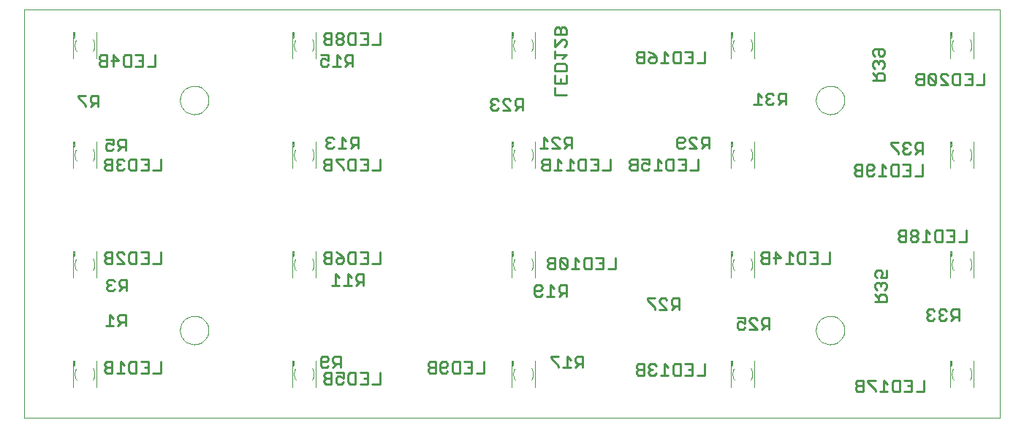
<source format=gbo>
G75*
G70*
%OFA0B0*%
%FSLAX24Y24*%
%IPPOS*%
%LPD*%
%AMOC8*
5,1,8,0,0,1.08239X$1,22.5*
%
%ADD10C,0.0000*%
%ADD11C,0.0090*%
%ADD12C,0.0040*%
D10*
X000181Y000181D02*
X000181Y018801D01*
X044674Y018801D01*
X044674Y000181D01*
X000181Y000181D01*
X007281Y004181D02*
X007283Y004231D01*
X007289Y004281D01*
X007299Y004331D01*
X007312Y004379D01*
X007329Y004427D01*
X007350Y004473D01*
X007374Y004517D01*
X007402Y004559D01*
X007433Y004599D01*
X007467Y004636D01*
X007504Y004671D01*
X007543Y004702D01*
X007584Y004731D01*
X007628Y004756D01*
X007674Y004778D01*
X007721Y004796D01*
X007769Y004810D01*
X007818Y004821D01*
X007868Y004828D01*
X007918Y004831D01*
X007969Y004830D01*
X008019Y004825D01*
X008069Y004816D01*
X008117Y004804D01*
X008165Y004787D01*
X008211Y004767D01*
X008256Y004744D01*
X008299Y004717D01*
X008339Y004687D01*
X008377Y004654D01*
X008412Y004618D01*
X008445Y004579D01*
X008474Y004538D01*
X008500Y004495D01*
X008523Y004450D01*
X008542Y004403D01*
X008557Y004355D01*
X008569Y004306D01*
X008577Y004256D01*
X008581Y004206D01*
X008581Y004156D01*
X008577Y004106D01*
X008569Y004056D01*
X008557Y004007D01*
X008542Y003959D01*
X008523Y003912D01*
X008500Y003867D01*
X008474Y003824D01*
X008445Y003783D01*
X008412Y003744D01*
X008377Y003708D01*
X008339Y003675D01*
X008299Y003645D01*
X008256Y003618D01*
X008211Y003595D01*
X008165Y003575D01*
X008117Y003558D01*
X008069Y003546D01*
X008019Y003537D01*
X007969Y003532D01*
X007918Y003531D01*
X007868Y003534D01*
X007818Y003541D01*
X007769Y003552D01*
X007721Y003566D01*
X007674Y003584D01*
X007628Y003606D01*
X007584Y003631D01*
X007543Y003660D01*
X007504Y003691D01*
X007467Y003726D01*
X007433Y003763D01*
X007402Y003803D01*
X007374Y003845D01*
X007350Y003889D01*
X007329Y003935D01*
X007312Y003983D01*
X007299Y004031D01*
X007289Y004081D01*
X007283Y004131D01*
X007281Y004181D01*
X007281Y014681D02*
X007283Y014731D01*
X007289Y014781D01*
X007299Y014831D01*
X007312Y014879D01*
X007329Y014927D01*
X007350Y014973D01*
X007374Y015017D01*
X007402Y015059D01*
X007433Y015099D01*
X007467Y015136D01*
X007504Y015171D01*
X007543Y015202D01*
X007584Y015231D01*
X007628Y015256D01*
X007674Y015278D01*
X007721Y015296D01*
X007769Y015310D01*
X007818Y015321D01*
X007868Y015328D01*
X007918Y015331D01*
X007969Y015330D01*
X008019Y015325D01*
X008069Y015316D01*
X008117Y015304D01*
X008165Y015287D01*
X008211Y015267D01*
X008256Y015244D01*
X008299Y015217D01*
X008339Y015187D01*
X008377Y015154D01*
X008412Y015118D01*
X008445Y015079D01*
X008474Y015038D01*
X008500Y014995D01*
X008523Y014950D01*
X008542Y014903D01*
X008557Y014855D01*
X008569Y014806D01*
X008577Y014756D01*
X008581Y014706D01*
X008581Y014656D01*
X008577Y014606D01*
X008569Y014556D01*
X008557Y014507D01*
X008542Y014459D01*
X008523Y014412D01*
X008500Y014367D01*
X008474Y014324D01*
X008445Y014283D01*
X008412Y014244D01*
X008377Y014208D01*
X008339Y014175D01*
X008299Y014145D01*
X008256Y014118D01*
X008211Y014095D01*
X008165Y014075D01*
X008117Y014058D01*
X008069Y014046D01*
X008019Y014037D01*
X007969Y014032D01*
X007918Y014031D01*
X007868Y014034D01*
X007818Y014041D01*
X007769Y014052D01*
X007721Y014066D01*
X007674Y014084D01*
X007628Y014106D01*
X007584Y014131D01*
X007543Y014160D01*
X007504Y014191D01*
X007467Y014226D01*
X007433Y014263D01*
X007402Y014303D01*
X007374Y014345D01*
X007350Y014389D01*
X007329Y014435D01*
X007312Y014483D01*
X007299Y014531D01*
X007289Y014581D01*
X007283Y014631D01*
X007281Y014681D01*
X036281Y014681D02*
X036283Y014731D01*
X036289Y014781D01*
X036299Y014831D01*
X036312Y014879D01*
X036329Y014927D01*
X036350Y014973D01*
X036374Y015017D01*
X036402Y015059D01*
X036433Y015099D01*
X036467Y015136D01*
X036504Y015171D01*
X036543Y015202D01*
X036584Y015231D01*
X036628Y015256D01*
X036674Y015278D01*
X036721Y015296D01*
X036769Y015310D01*
X036818Y015321D01*
X036868Y015328D01*
X036918Y015331D01*
X036969Y015330D01*
X037019Y015325D01*
X037069Y015316D01*
X037117Y015304D01*
X037165Y015287D01*
X037211Y015267D01*
X037256Y015244D01*
X037299Y015217D01*
X037339Y015187D01*
X037377Y015154D01*
X037412Y015118D01*
X037445Y015079D01*
X037474Y015038D01*
X037500Y014995D01*
X037523Y014950D01*
X037542Y014903D01*
X037557Y014855D01*
X037569Y014806D01*
X037577Y014756D01*
X037581Y014706D01*
X037581Y014656D01*
X037577Y014606D01*
X037569Y014556D01*
X037557Y014507D01*
X037542Y014459D01*
X037523Y014412D01*
X037500Y014367D01*
X037474Y014324D01*
X037445Y014283D01*
X037412Y014244D01*
X037377Y014208D01*
X037339Y014175D01*
X037299Y014145D01*
X037256Y014118D01*
X037211Y014095D01*
X037165Y014075D01*
X037117Y014058D01*
X037069Y014046D01*
X037019Y014037D01*
X036969Y014032D01*
X036918Y014031D01*
X036868Y014034D01*
X036818Y014041D01*
X036769Y014052D01*
X036721Y014066D01*
X036674Y014084D01*
X036628Y014106D01*
X036584Y014131D01*
X036543Y014160D01*
X036504Y014191D01*
X036467Y014226D01*
X036433Y014263D01*
X036402Y014303D01*
X036374Y014345D01*
X036350Y014389D01*
X036329Y014435D01*
X036312Y014483D01*
X036299Y014531D01*
X036289Y014581D01*
X036283Y014631D01*
X036281Y014681D01*
X036281Y004181D02*
X036283Y004231D01*
X036289Y004281D01*
X036299Y004331D01*
X036312Y004379D01*
X036329Y004427D01*
X036350Y004473D01*
X036374Y004517D01*
X036402Y004559D01*
X036433Y004599D01*
X036467Y004636D01*
X036504Y004671D01*
X036543Y004702D01*
X036584Y004731D01*
X036628Y004756D01*
X036674Y004778D01*
X036721Y004796D01*
X036769Y004810D01*
X036818Y004821D01*
X036868Y004828D01*
X036918Y004831D01*
X036969Y004830D01*
X037019Y004825D01*
X037069Y004816D01*
X037117Y004804D01*
X037165Y004787D01*
X037211Y004767D01*
X037256Y004744D01*
X037299Y004717D01*
X037339Y004687D01*
X037377Y004654D01*
X037412Y004618D01*
X037445Y004579D01*
X037474Y004538D01*
X037500Y004495D01*
X037523Y004450D01*
X037542Y004403D01*
X037557Y004355D01*
X037569Y004306D01*
X037577Y004256D01*
X037581Y004206D01*
X037581Y004156D01*
X037577Y004106D01*
X037569Y004056D01*
X037557Y004007D01*
X037542Y003959D01*
X037523Y003912D01*
X037500Y003867D01*
X037474Y003824D01*
X037445Y003783D01*
X037412Y003744D01*
X037377Y003708D01*
X037339Y003675D01*
X037299Y003645D01*
X037256Y003618D01*
X037211Y003595D01*
X037165Y003575D01*
X037117Y003558D01*
X037069Y003546D01*
X037019Y003537D01*
X036969Y003532D01*
X036918Y003531D01*
X036868Y003534D01*
X036818Y003541D01*
X036769Y003552D01*
X036721Y003566D01*
X036674Y003584D01*
X036628Y003606D01*
X036584Y003631D01*
X036543Y003660D01*
X036504Y003691D01*
X036467Y003726D01*
X036433Y003763D01*
X036402Y003803D01*
X036374Y003845D01*
X036350Y003889D01*
X036329Y003935D01*
X036312Y003983D01*
X036299Y004031D01*
X036289Y004081D01*
X036283Y004131D01*
X036281Y004181D01*
D11*
X034144Y004226D02*
X034144Y004737D01*
X033889Y004737D01*
X033804Y004652D01*
X033804Y004482D01*
X033889Y004397D01*
X034144Y004397D01*
X033974Y004397D02*
X033804Y004226D01*
X033591Y004226D02*
X033251Y004567D01*
X033251Y004652D01*
X033336Y004737D01*
X033506Y004737D01*
X033591Y004652D01*
X033039Y004737D02*
X033039Y004482D01*
X032869Y004567D01*
X032784Y004567D01*
X032699Y004482D01*
X032699Y004311D01*
X032784Y004226D01*
X032954Y004226D01*
X033039Y004311D01*
X033251Y004226D02*
X033591Y004226D01*
X033039Y004737D02*
X032699Y004737D01*
X030036Y005126D02*
X030036Y005637D01*
X029781Y005637D01*
X029696Y005552D01*
X029696Y005382D01*
X029781Y005297D01*
X030036Y005297D01*
X029866Y005297D02*
X029696Y005126D01*
X029484Y005126D02*
X029144Y005467D01*
X029144Y005552D01*
X029229Y005637D01*
X029399Y005637D01*
X029484Y005552D01*
X028932Y005637D02*
X028591Y005637D01*
X028591Y005552D01*
X028932Y005211D01*
X028932Y005126D01*
X029144Y005126D02*
X029484Y005126D01*
X027136Y006976D02*
X026796Y006976D01*
X026584Y006976D02*
X026244Y006976D01*
X026032Y006976D02*
X025776Y006976D01*
X025691Y007061D01*
X025691Y007402D01*
X025776Y007487D01*
X026032Y007487D01*
X026032Y006976D01*
X026584Y006976D02*
X026584Y007487D01*
X026244Y007487D01*
X026414Y007232D02*
X026584Y007232D01*
X027136Y007487D02*
X027136Y006976D01*
X025479Y006976D02*
X025139Y006976D01*
X025309Y006976D02*
X025309Y007487D01*
X025479Y007317D01*
X024927Y007402D02*
X024927Y007061D01*
X024586Y007402D01*
X024586Y007061D01*
X024671Y006976D01*
X024842Y006976D01*
X024927Y007061D01*
X024374Y006976D02*
X024119Y006976D01*
X024034Y007061D01*
X024034Y007147D01*
X024119Y007232D01*
X024374Y007232D01*
X024374Y007487D02*
X024119Y007487D01*
X024034Y007402D01*
X024034Y007317D01*
X024119Y007232D01*
X024374Y007487D02*
X024374Y006976D01*
X024586Y007402D02*
X024671Y007487D01*
X024842Y007487D01*
X024927Y007402D01*
X024894Y006237D02*
X024639Y006237D01*
X024554Y006152D01*
X024554Y005982D01*
X024639Y005897D01*
X024894Y005897D01*
X024724Y005897D02*
X024554Y005726D01*
X024341Y005726D02*
X024001Y005726D01*
X024171Y005726D02*
X024171Y006237D01*
X024341Y006067D01*
X023789Y006067D02*
X023704Y005982D01*
X023449Y005982D01*
X023449Y006152D02*
X023449Y005811D01*
X023534Y005726D01*
X023704Y005726D01*
X023789Y005811D01*
X023789Y006067D02*
X023789Y006152D01*
X023704Y006237D01*
X023534Y006237D01*
X023449Y006152D01*
X024894Y006237D02*
X024894Y005726D01*
X024921Y002987D02*
X024921Y002476D01*
X025091Y002476D02*
X024751Y002476D01*
X024539Y002476D02*
X024539Y002561D01*
X024199Y002902D01*
X024199Y002987D01*
X024539Y002987D01*
X024921Y002987D02*
X025091Y002817D01*
X025304Y002902D02*
X025304Y002732D01*
X025389Y002647D01*
X025644Y002647D01*
X025474Y002647D02*
X025304Y002476D01*
X025644Y002476D02*
X025644Y002987D01*
X025389Y002987D01*
X025304Y002902D01*
X028099Y002552D02*
X028099Y002467D01*
X028184Y002382D01*
X028439Y002382D01*
X028651Y002467D02*
X028736Y002382D01*
X028651Y002297D01*
X028651Y002211D01*
X028736Y002126D01*
X028906Y002126D01*
X028991Y002211D01*
X029204Y002126D02*
X029544Y002126D01*
X029374Y002126D02*
X029374Y002637D01*
X029544Y002467D01*
X029756Y002552D02*
X029841Y002637D01*
X030096Y002637D01*
X030096Y002126D01*
X029841Y002126D01*
X029756Y002211D01*
X029756Y002552D01*
X030309Y002637D02*
X030649Y002637D01*
X030649Y002126D01*
X030309Y002126D01*
X030479Y002382D02*
X030649Y002382D01*
X030861Y002126D02*
X031201Y002126D01*
X031201Y002637D01*
X028991Y002552D02*
X028906Y002637D01*
X028736Y002637D01*
X028651Y002552D01*
X028651Y002467D01*
X028736Y002382D02*
X028821Y002382D01*
X028439Y002126D02*
X028439Y002637D01*
X028184Y002637D01*
X028099Y002552D01*
X028184Y002382D02*
X028099Y002297D01*
X028099Y002211D01*
X028184Y002126D01*
X028439Y002126D01*
X021136Y002226D02*
X020796Y002226D01*
X020584Y002226D02*
X020244Y002226D01*
X020032Y002226D02*
X019776Y002226D01*
X019691Y002311D01*
X019691Y002652D01*
X019776Y002737D01*
X020032Y002737D01*
X020032Y002226D01*
X020584Y002226D02*
X020584Y002737D01*
X020244Y002737D01*
X020414Y002482D02*
X020584Y002482D01*
X021136Y002737D02*
X021136Y002226D01*
X019479Y002311D02*
X019394Y002226D01*
X019224Y002226D01*
X019139Y002311D01*
X019139Y002652D01*
X019224Y002737D01*
X019394Y002737D01*
X019479Y002652D01*
X019479Y002567D01*
X019394Y002482D01*
X019139Y002482D01*
X018927Y002482D02*
X018671Y002482D01*
X018586Y002397D01*
X018586Y002311D01*
X018671Y002226D01*
X018927Y002226D01*
X018927Y002737D01*
X018671Y002737D01*
X018586Y002652D01*
X018586Y002567D01*
X018671Y002482D01*
X016386Y002237D02*
X016386Y001726D01*
X016046Y001726D01*
X015834Y001726D02*
X015494Y001726D01*
X015282Y001726D02*
X015026Y001726D01*
X014941Y001811D01*
X014941Y002152D01*
X015026Y002237D01*
X015282Y002237D01*
X015282Y001726D01*
X015664Y001982D02*
X015834Y001982D01*
X015834Y002237D02*
X015494Y002237D01*
X015834Y002237D02*
X015834Y001726D01*
X014729Y001811D02*
X014644Y001726D01*
X014474Y001726D01*
X014389Y001811D01*
X014389Y001982D01*
X014474Y002067D01*
X014559Y002067D01*
X014729Y001982D01*
X014729Y002237D01*
X014389Y002237D01*
X014177Y002237D02*
X013921Y002237D01*
X013836Y002152D01*
X013836Y002067D01*
X013921Y001982D01*
X014177Y001982D01*
X014177Y002237D02*
X014177Y001726D01*
X013921Y001726D01*
X013836Y001811D01*
X013836Y001897D01*
X013921Y001982D01*
X013954Y002476D02*
X013784Y002476D01*
X013699Y002561D01*
X013699Y002902D01*
X013784Y002987D01*
X013954Y002987D01*
X014039Y002902D01*
X014039Y002817D01*
X013954Y002732D01*
X013699Y002732D01*
X013954Y002476D02*
X014039Y002561D01*
X014251Y002476D02*
X014421Y002647D01*
X014336Y002647D02*
X014591Y002647D01*
X014591Y002476D02*
X014591Y002987D01*
X014336Y002987D01*
X014251Y002902D01*
X014251Y002732D01*
X014336Y002647D01*
X006386Y002737D02*
X006386Y002226D01*
X006046Y002226D01*
X005834Y002226D02*
X005494Y002226D01*
X005282Y002226D02*
X005026Y002226D01*
X004941Y002311D01*
X004941Y002652D01*
X005026Y002737D01*
X005282Y002737D01*
X005282Y002226D01*
X004729Y002226D02*
X004389Y002226D01*
X004559Y002226D02*
X004559Y002737D01*
X004729Y002567D01*
X004177Y002482D02*
X003921Y002482D01*
X003836Y002397D01*
X003836Y002311D01*
X003921Y002226D01*
X004177Y002226D01*
X004177Y002737D01*
X003921Y002737D01*
X003836Y002652D01*
X003836Y002567D01*
X003921Y002482D01*
X005494Y002737D02*
X005834Y002737D01*
X005834Y002226D01*
X005834Y002482D02*
X005664Y002482D01*
X004786Y004376D02*
X004786Y004887D01*
X004531Y004887D01*
X004446Y004802D01*
X004446Y004632D01*
X004531Y004547D01*
X004786Y004547D01*
X004616Y004547D02*
X004446Y004376D01*
X004234Y004376D02*
X003894Y004376D01*
X004064Y004376D02*
X004064Y004887D01*
X004234Y004717D01*
X004204Y005976D02*
X004034Y005976D01*
X003949Y006061D01*
X003949Y006147D01*
X004034Y006232D01*
X004119Y006232D01*
X004034Y006232D02*
X003949Y006317D01*
X003949Y006402D01*
X004034Y006487D01*
X004204Y006487D01*
X004289Y006402D01*
X004501Y006402D02*
X004501Y006232D01*
X004586Y006147D01*
X004841Y006147D01*
X004671Y006147D02*
X004501Y005976D01*
X004289Y006061D02*
X004204Y005976D01*
X004841Y005976D02*
X004841Y006487D01*
X004586Y006487D01*
X004501Y006402D01*
X004389Y007226D02*
X004729Y007226D01*
X004389Y007567D01*
X004389Y007652D01*
X004474Y007737D01*
X004644Y007737D01*
X004729Y007652D01*
X004941Y007652D02*
X005026Y007737D01*
X005282Y007737D01*
X005282Y007226D01*
X005026Y007226D01*
X004941Y007311D01*
X004941Y007652D01*
X005494Y007737D02*
X005834Y007737D01*
X005834Y007226D01*
X005494Y007226D01*
X005664Y007482D02*
X005834Y007482D01*
X006046Y007226D02*
X006386Y007226D01*
X006386Y007737D01*
X004177Y007737D02*
X004177Y007226D01*
X003921Y007226D01*
X003836Y007311D01*
X003836Y007397D01*
X003921Y007482D01*
X004177Y007482D01*
X004177Y007737D02*
X003921Y007737D01*
X003836Y007652D01*
X003836Y007567D01*
X003921Y007482D01*
X003921Y011476D02*
X004177Y011476D01*
X004177Y011987D01*
X003921Y011987D01*
X003836Y011902D01*
X003836Y011817D01*
X003921Y011732D01*
X004177Y011732D01*
X004389Y011817D02*
X004474Y011732D01*
X004389Y011647D01*
X004389Y011561D01*
X004474Y011476D01*
X004644Y011476D01*
X004729Y011561D01*
X004941Y011561D02*
X005026Y011476D01*
X005282Y011476D01*
X005282Y011987D01*
X005026Y011987D01*
X004941Y011902D01*
X004941Y011561D01*
X004729Y011902D02*
X004644Y011987D01*
X004474Y011987D01*
X004389Y011902D01*
X004389Y011817D01*
X004474Y011732D02*
X004559Y011732D01*
X003921Y011732D02*
X003836Y011647D01*
X003836Y011561D01*
X003921Y011476D01*
X005494Y011476D02*
X005834Y011476D01*
X005834Y011987D01*
X005494Y011987D01*
X005664Y011732D02*
X005834Y011732D01*
X006386Y011987D02*
X006386Y011476D01*
X006046Y011476D01*
X004786Y012376D02*
X004786Y012887D01*
X004531Y012887D01*
X004446Y012802D01*
X004446Y012632D01*
X004531Y012547D01*
X004786Y012547D01*
X004616Y012547D02*
X004446Y012376D01*
X004234Y012461D02*
X004149Y012376D01*
X003979Y012376D01*
X003894Y012461D01*
X003894Y012632D01*
X003979Y012717D01*
X004064Y012717D01*
X004234Y012632D01*
X004234Y012887D01*
X003894Y012887D01*
X003536Y014376D02*
X003536Y014887D01*
X003281Y014887D01*
X003196Y014802D01*
X003196Y014632D01*
X003281Y014547D01*
X003536Y014547D01*
X003366Y014547D02*
X003196Y014376D01*
X002984Y014376D02*
X002984Y014461D01*
X002644Y014802D01*
X002644Y014887D01*
X002984Y014887D01*
X003671Y016226D02*
X003927Y016226D01*
X003927Y016737D01*
X003671Y016737D01*
X003586Y016652D01*
X003586Y016567D01*
X003671Y016482D01*
X003927Y016482D01*
X004139Y016482D02*
X004479Y016482D01*
X004224Y016737D01*
X004224Y016226D01*
X004691Y016311D02*
X004691Y016652D01*
X004776Y016737D01*
X005032Y016737D01*
X005032Y016226D01*
X004776Y016226D01*
X004691Y016311D01*
X005244Y016226D02*
X005584Y016226D01*
X005584Y016737D01*
X005244Y016737D01*
X005414Y016482D02*
X005584Y016482D01*
X006136Y016737D02*
X006136Y016226D01*
X005796Y016226D01*
X003671Y016226D02*
X003586Y016311D01*
X003586Y016397D01*
X003671Y016482D01*
X013699Y016482D02*
X013699Y016311D01*
X013784Y016226D01*
X013954Y016226D01*
X014039Y016311D01*
X014039Y016482D02*
X013869Y016567D01*
X013784Y016567D01*
X013699Y016482D01*
X013699Y016737D02*
X014039Y016737D01*
X014039Y016482D01*
X014421Y016737D02*
X014421Y016226D01*
X014591Y016226D02*
X014251Y016226D01*
X014804Y016226D02*
X014974Y016397D01*
X014889Y016397D02*
X015144Y016397D01*
X015144Y016226D02*
X015144Y016737D01*
X014889Y016737D01*
X014804Y016652D01*
X014804Y016482D01*
X014889Y016397D01*
X014591Y016567D02*
X014421Y016737D01*
X014474Y017226D02*
X014644Y017226D01*
X014729Y017311D01*
X014729Y017397D01*
X014644Y017482D01*
X014474Y017482D01*
X014389Y017397D01*
X014389Y017311D01*
X014474Y017226D01*
X014474Y017482D02*
X014389Y017567D01*
X014389Y017652D01*
X014474Y017737D01*
X014644Y017737D01*
X014729Y017652D01*
X014729Y017567D01*
X014644Y017482D01*
X014941Y017311D02*
X014941Y017652D01*
X015026Y017737D01*
X015282Y017737D01*
X015282Y017226D01*
X015026Y017226D01*
X014941Y017311D01*
X015494Y017226D02*
X015834Y017226D01*
X015834Y017737D01*
X015494Y017737D01*
X015664Y017482D02*
X015834Y017482D01*
X016046Y017226D02*
X016386Y017226D01*
X016386Y017737D01*
X014177Y017737D02*
X014177Y017226D01*
X013921Y017226D01*
X013836Y017311D01*
X013836Y017397D01*
X013921Y017482D01*
X014177Y017482D01*
X014177Y017737D02*
X013921Y017737D01*
X013836Y017652D01*
X013836Y017567D01*
X013921Y017482D01*
X021449Y014652D02*
X021449Y014567D01*
X021534Y014482D01*
X021449Y014397D01*
X021449Y014311D01*
X021534Y014226D01*
X021704Y014226D01*
X021789Y014311D01*
X022001Y014226D02*
X022341Y014226D01*
X022001Y014567D01*
X022001Y014652D01*
X022086Y014737D01*
X022256Y014737D01*
X022341Y014652D01*
X022554Y014652D02*
X022554Y014482D01*
X022639Y014397D01*
X022894Y014397D01*
X022724Y014397D02*
X022554Y014226D01*
X022894Y014226D02*
X022894Y014737D01*
X022639Y014737D01*
X022554Y014652D01*
X021789Y014652D02*
X021704Y014737D01*
X021534Y014737D01*
X021449Y014652D01*
X021534Y014482D02*
X021619Y014482D01*
X024376Y014912D02*
X024376Y015252D01*
X024376Y015464D02*
X024376Y015804D01*
X024376Y016016D02*
X024376Y016272D01*
X024461Y016357D01*
X024802Y016357D01*
X024887Y016272D01*
X024887Y016016D01*
X024376Y016016D01*
X024887Y015804D02*
X024887Y015464D01*
X024376Y015464D01*
X024632Y015464D02*
X024632Y015634D01*
X024887Y014912D02*
X024376Y014912D01*
X028099Y016461D02*
X028184Y016376D01*
X028439Y016376D01*
X028439Y016887D01*
X028184Y016887D01*
X028099Y016802D01*
X028099Y016717D01*
X028184Y016632D01*
X028439Y016632D01*
X028651Y016547D02*
X028736Y016632D01*
X028991Y016632D01*
X028991Y016461D01*
X028906Y016376D01*
X028736Y016376D01*
X028651Y016461D01*
X028651Y016547D01*
X028821Y016802D02*
X028991Y016632D01*
X028821Y016802D02*
X028651Y016887D01*
X028184Y016632D02*
X028099Y016547D01*
X028099Y016461D01*
X029204Y016376D02*
X029544Y016376D01*
X029374Y016376D02*
X029374Y016887D01*
X029544Y016717D01*
X029756Y016802D02*
X029756Y016461D01*
X029841Y016376D01*
X030096Y016376D01*
X030096Y016887D01*
X029841Y016887D01*
X029756Y016802D01*
X030309Y016887D02*
X030649Y016887D01*
X030649Y016376D01*
X030309Y016376D01*
X030479Y016632D02*
X030649Y016632D01*
X030861Y016376D02*
X031201Y016376D01*
X031201Y016887D01*
X033619Y014987D02*
X033619Y014476D01*
X033789Y014476D02*
X033449Y014476D01*
X034001Y014561D02*
X034086Y014476D01*
X034256Y014476D01*
X034341Y014561D01*
X034554Y014476D02*
X034724Y014647D01*
X034639Y014647D02*
X034894Y014647D01*
X034894Y014476D02*
X034894Y014987D01*
X034639Y014987D01*
X034554Y014902D01*
X034554Y014732D01*
X034639Y014647D01*
X034341Y014902D02*
X034256Y014987D01*
X034086Y014987D01*
X034001Y014902D01*
X034001Y014817D01*
X034086Y014732D01*
X034001Y014647D01*
X034001Y014561D01*
X034086Y014732D02*
X034171Y014732D01*
X033789Y014817D02*
X033619Y014987D01*
X031394Y012987D02*
X031139Y012987D01*
X031054Y012902D01*
X031054Y012732D01*
X031139Y012647D01*
X031394Y012647D01*
X031224Y012647D02*
X031054Y012476D01*
X030841Y012476D02*
X030501Y012817D01*
X030501Y012902D01*
X030586Y012987D01*
X030756Y012987D01*
X030841Y012902D01*
X030289Y012902D02*
X030289Y012817D01*
X030204Y012732D01*
X029949Y012732D01*
X029949Y012902D02*
X029949Y012561D01*
X030034Y012476D01*
X030204Y012476D01*
X030289Y012561D01*
X030501Y012476D02*
X030841Y012476D01*
X031394Y012476D02*
X031394Y012987D01*
X030289Y012902D02*
X030204Y012987D01*
X030034Y012987D01*
X029949Y012902D01*
X029994Y011987D02*
X030334Y011987D01*
X030334Y011476D01*
X029994Y011476D01*
X029782Y011476D02*
X029526Y011476D01*
X029441Y011561D01*
X029441Y011902D01*
X029526Y011987D01*
X029782Y011987D01*
X029782Y011476D01*
X029229Y011476D02*
X028889Y011476D01*
X029059Y011476D02*
X029059Y011987D01*
X029229Y011817D01*
X028677Y011732D02*
X028507Y011817D01*
X028421Y011817D01*
X028336Y011732D01*
X028336Y011561D01*
X028421Y011476D01*
X028592Y011476D01*
X028677Y011561D01*
X028677Y011732D02*
X028677Y011987D01*
X028336Y011987D01*
X028124Y011987D02*
X027869Y011987D01*
X027784Y011902D01*
X027784Y011817D01*
X027869Y011732D01*
X028124Y011732D01*
X028124Y011987D02*
X028124Y011476D01*
X027869Y011476D01*
X027784Y011561D01*
X027784Y011647D01*
X027869Y011732D01*
X026886Y011987D02*
X026886Y011476D01*
X026546Y011476D01*
X026334Y011476D02*
X025994Y011476D01*
X025782Y011476D02*
X025526Y011476D01*
X025441Y011561D01*
X025441Y011902D01*
X025526Y011987D01*
X025782Y011987D01*
X025782Y011476D01*
X026334Y011476D02*
X026334Y011987D01*
X025994Y011987D01*
X026164Y011732D02*
X026334Y011732D01*
X025229Y011817D02*
X025059Y011987D01*
X025059Y011476D01*
X025229Y011476D02*
X024889Y011476D01*
X024677Y011476D02*
X024336Y011476D01*
X024507Y011476D02*
X024507Y011987D01*
X024677Y011817D01*
X024124Y011732D02*
X023869Y011732D01*
X023784Y011647D01*
X023784Y011561D01*
X023869Y011476D01*
X024124Y011476D01*
X024124Y011987D01*
X023869Y011987D01*
X023784Y011902D01*
X023784Y011817D01*
X023869Y011732D01*
X023869Y012476D02*
X023869Y012987D01*
X024039Y012817D01*
X024251Y012817D02*
X024251Y012902D01*
X024336Y012987D01*
X024506Y012987D01*
X024591Y012902D01*
X024804Y012902D02*
X024804Y012732D01*
X024889Y012647D01*
X025144Y012647D01*
X024974Y012647D02*
X024804Y012476D01*
X024591Y012476D02*
X024251Y012817D01*
X024804Y012902D02*
X024889Y012987D01*
X025144Y012987D01*
X025144Y012476D01*
X024591Y012476D02*
X024251Y012476D01*
X024039Y012476D02*
X023699Y012476D01*
X030164Y011732D02*
X030334Y011732D01*
X030886Y011987D02*
X030886Y011476D01*
X030546Y011476D01*
X038034Y011397D02*
X038034Y011311D01*
X038119Y011226D01*
X038374Y011226D01*
X038374Y011737D01*
X038119Y011737D01*
X038034Y011652D01*
X038034Y011567D01*
X038119Y011482D01*
X038374Y011482D01*
X038586Y011482D02*
X038842Y011482D01*
X038927Y011567D01*
X038927Y011652D01*
X038842Y011737D01*
X038671Y011737D01*
X038586Y011652D01*
X038586Y011311D01*
X038671Y011226D01*
X038842Y011226D01*
X038927Y011311D01*
X039139Y011226D02*
X039479Y011226D01*
X039309Y011226D02*
X039309Y011737D01*
X039479Y011567D01*
X039691Y011652D02*
X039776Y011737D01*
X040032Y011737D01*
X040032Y011226D01*
X039776Y011226D01*
X039691Y011311D01*
X039691Y011652D01*
X040244Y011737D02*
X040584Y011737D01*
X040584Y011226D01*
X040244Y011226D01*
X040414Y011482D02*
X040584Y011482D01*
X040796Y011226D02*
X041136Y011226D01*
X041136Y011737D01*
X041144Y012226D02*
X041144Y012737D01*
X040889Y012737D01*
X040804Y012652D01*
X040804Y012482D01*
X040889Y012397D01*
X041144Y012397D01*
X040974Y012397D02*
X040804Y012226D01*
X040591Y012311D02*
X040506Y012226D01*
X040336Y012226D01*
X040251Y012311D01*
X040251Y012397D01*
X040336Y012482D01*
X040421Y012482D01*
X040336Y012482D02*
X040251Y012567D01*
X040251Y012652D01*
X040336Y012737D01*
X040506Y012737D01*
X040591Y012652D01*
X040039Y012737D02*
X039699Y012737D01*
X039699Y012652D01*
X040039Y012311D01*
X040039Y012226D01*
X038119Y011482D02*
X038034Y011397D01*
X040119Y008737D02*
X040034Y008652D01*
X040034Y008567D01*
X040119Y008482D01*
X040374Y008482D01*
X040586Y008567D02*
X040671Y008482D01*
X040842Y008482D01*
X040927Y008567D01*
X040927Y008652D01*
X040842Y008737D01*
X040671Y008737D01*
X040586Y008652D01*
X040586Y008567D01*
X040671Y008482D02*
X040586Y008397D01*
X040586Y008311D01*
X040671Y008226D01*
X040842Y008226D01*
X040927Y008311D01*
X040927Y008397D01*
X040842Y008482D01*
X041139Y008226D02*
X041479Y008226D01*
X041309Y008226D02*
X041309Y008737D01*
X041479Y008567D01*
X041691Y008652D02*
X041776Y008737D01*
X042032Y008737D01*
X042032Y008226D01*
X041776Y008226D01*
X041691Y008311D01*
X041691Y008652D01*
X042244Y008737D02*
X042584Y008737D01*
X042584Y008226D01*
X042244Y008226D01*
X042414Y008482D02*
X042584Y008482D01*
X042796Y008226D02*
X043136Y008226D01*
X043136Y008737D01*
X040374Y008737D02*
X040374Y008226D01*
X040119Y008226D01*
X040034Y008311D01*
X040034Y008397D01*
X040119Y008482D01*
X040119Y008737D02*
X040374Y008737D01*
X036886Y007737D02*
X036886Y007226D01*
X036546Y007226D01*
X036334Y007226D02*
X035994Y007226D01*
X035782Y007226D02*
X035526Y007226D01*
X035441Y007311D01*
X035441Y007652D01*
X035526Y007737D01*
X035782Y007737D01*
X035782Y007226D01*
X036164Y007482D02*
X036334Y007482D01*
X036334Y007737D02*
X036334Y007226D01*
X036334Y007737D02*
X035994Y007737D01*
X035229Y007567D02*
X035059Y007737D01*
X035059Y007226D01*
X035229Y007226D02*
X034889Y007226D01*
X034677Y007482D02*
X034336Y007482D01*
X034124Y007482D02*
X033869Y007482D01*
X033784Y007397D01*
X033784Y007311D01*
X033869Y007226D01*
X034124Y007226D01*
X034124Y007737D01*
X033869Y007737D01*
X033784Y007652D01*
X033784Y007567D01*
X033869Y007482D01*
X034421Y007226D02*
X034421Y007737D01*
X034677Y007482D01*
X038976Y006829D02*
X038976Y006659D01*
X039061Y006574D01*
X039232Y006574D02*
X039317Y006744D01*
X039317Y006829D01*
X039232Y006914D01*
X039061Y006914D01*
X038976Y006829D01*
X039232Y006574D02*
X039487Y006574D01*
X039487Y006914D01*
X039402Y006362D02*
X039317Y006362D01*
X039232Y006277D01*
X039147Y006362D01*
X039061Y006362D01*
X038976Y006277D01*
X038976Y006106D01*
X039061Y006021D01*
X038976Y005809D02*
X039147Y005639D01*
X039147Y005724D02*
X039147Y005469D01*
X038976Y005469D02*
X039487Y005469D01*
X039487Y005724D01*
X039402Y005809D01*
X039232Y005809D01*
X039147Y005724D01*
X039402Y006021D02*
X039487Y006106D01*
X039487Y006277D01*
X039402Y006362D01*
X039232Y006277D02*
X039232Y006192D01*
X041341Y005052D02*
X041426Y005137D01*
X041596Y005137D01*
X041682Y005052D01*
X041894Y005052D02*
X041979Y005137D01*
X042149Y005137D01*
X042234Y005052D01*
X042446Y005052D02*
X042446Y004882D01*
X042531Y004797D01*
X042786Y004797D01*
X042616Y004797D02*
X042446Y004626D01*
X042234Y004711D02*
X042149Y004626D01*
X041979Y004626D01*
X041894Y004711D01*
X041894Y004797D01*
X041979Y004882D01*
X042064Y004882D01*
X041979Y004882D02*
X041894Y004967D01*
X041894Y005052D01*
X041511Y004882D02*
X041426Y004882D01*
X041341Y004797D01*
X041341Y004711D01*
X041426Y004626D01*
X041596Y004626D01*
X041682Y004711D01*
X041426Y004882D02*
X041341Y004967D01*
X041341Y005052D01*
X042446Y005052D02*
X042531Y005137D01*
X042786Y005137D01*
X042786Y004626D01*
X041201Y001887D02*
X041201Y001376D01*
X040861Y001376D01*
X040649Y001376D02*
X040309Y001376D01*
X040096Y001376D02*
X039841Y001376D01*
X039756Y001461D01*
X039756Y001802D01*
X039841Y001887D01*
X040096Y001887D01*
X040096Y001376D01*
X040479Y001632D02*
X040649Y001632D01*
X040649Y001887D02*
X040309Y001887D01*
X040649Y001887D02*
X040649Y001376D01*
X039544Y001376D02*
X039204Y001376D01*
X039374Y001376D02*
X039374Y001887D01*
X039544Y001717D01*
X038991Y001887D02*
X038651Y001887D01*
X038651Y001802D01*
X038991Y001461D01*
X038991Y001376D01*
X038439Y001376D02*
X038184Y001376D01*
X038099Y001461D01*
X038099Y001547D01*
X038184Y001632D01*
X038439Y001632D01*
X038439Y001887D02*
X038439Y001376D01*
X038184Y001632D02*
X038099Y001717D01*
X038099Y001802D01*
X038184Y001887D01*
X038439Y001887D01*
X016386Y007226D02*
X016046Y007226D01*
X015834Y007226D02*
X015494Y007226D01*
X015282Y007226D02*
X015026Y007226D01*
X014941Y007311D01*
X014941Y007652D01*
X015026Y007737D01*
X015282Y007737D01*
X015282Y007226D01*
X015664Y007482D02*
X015834Y007482D01*
X015834Y007737D02*
X015494Y007737D01*
X015834Y007737D02*
X015834Y007226D01*
X016386Y007226D02*
X016386Y007737D01*
X014729Y007482D02*
X014729Y007311D01*
X014644Y007226D01*
X014474Y007226D01*
X014389Y007311D01*
X014389Y007397D01*
X014474Y007482D01*
X014729Y007482D01*
X014559Y007652D01*
X014389Y007737D01*
X014177Y007737D02*
X013921Y007737D01*
X013836Y007652D01*
X013836Y007567D01*
X013921Y007482D01*
X014177Y007482D01*
X014177Y007737D02*
X014177Y007226D01*
X013921Y007226D01*
X013836Y007311D01*
X013836Y007397D01*
X013921Y007482D01*
X014369Y006737D02*
X014369Y006226D01*
X014539Y006226D02*
X014199Y006226D01*
X014751Y006226D02*
X015091Y006226D01*
X014921Y006226D02*
X014921Y006737D01*
X015091Y006567D01*
X015304Y006652D02*
X015304Y006482D01*
X015389Y006397D01*
X015644Y006397D01*
X015474Y006397D02*
X015304Y006226D01*
X015644Y006226D02*
X015644Y006737D01*
X015389Y006737D01*
X015304Y006652D01*
X014539Y006567D02*
X014369Y006737D01*
X014177Y011476D02*
X013921Y011476D01*
X013836Y011561D01*
X013836Y011647D01*
X013921Y011732D01*
X014177Y011732D01*
X014177Y011987D02*
X013921Y011987D01*
X013836Y011902D01*
X013836Y011817D01*
X013921Y011732D01*
X014177Y011987D02*
X014177Y011476D01*
X014389Y011902D02*
X014729Y011561D01*
X014729Y011476D01*
X014941Y011561D02*
X014941Y011902D01*
X015026Y011987D01*
X015282Y011987D01*
X015282Y011476D01*
X015026Y011476D01*
X014941Y011561D01*
X015494Y011476D02*
X015834Y011476D01*
X015834Y011987D01*
X015494Y011987D01*
X015664Y011732D02*
X015834Y011732D01*
X016386Y011987D02*
X016386Y011476D01*
X016046Y011476D01*
X014729Y011987D02*
X014389Y011987D01*
X014389Y011902D01*
X014501Y012476D02*
X014841Y012476D01*
X014671Y012476D02*
X014671Y012987D01*
X014841Y012817D01*
X015054Y012902D02*
X015054Y012732D01*
X015139Y012647D01*
X015394Y012647D01*
X015224Y012647D02*
X015054Y012476D01*
X015394Y012476D02*
X015394Y012987D01*
X015139Y012987D01*
X015054Y012902D01*
X014289Y012902D02*
X014204Y012987D01*
X014034Y012987D01*
X013949Y012902D01*
X013949Y012817D01*
X014034Y012732D01*
X013949Y012647D01*
X013949Y012561D01*
X014034Y012476D01*
X014204Y012476D01*
X014289Y012561D01*
X014119Y012732D02*
X014034Y012732D01*
X024376Y016569D02*
X024376Y016909D01*
X024376Y016739D02*
X024887Y016739D01*
X024717Y016569D01*
X024802Y017121D02*
X024887Y017206D01*
X024887Y017377D01*
X024802Y017462D01*
X024717Y017462D01*
X024376Y017121D01*
X024376Y017462D01*
X024376Y017674D02*
X024376Y017929D01*
X024461Y018014D01*
X024547Y018014D01*
X024632Y017929D01*
X024632Y017674D01*
X024887Y017674D02*
X024376Y017674D01*
X024632Y017929D02*
X024717Y018014D01*
X024802Y018014D01*
X024887Y017929D01*
X024887Y017674D01*
X038876Y016936D02*
X038876Y016766D01*
X038961Y016681D01*
X039132Y016766D02*
X039132Y017022D01*
X039302Y017022D02*
X039387Y016936D01*
X039387Y016766D01*
X039302Y016681D01*
X039217Y016681D01*
X039132Y016766D01*
X038876Y016936D02*
X038961Y017022D01*
X039302Y017022D01*
X039302Y016469D02*
X039217Y016469D01*
X039132Y016384D01*
X039047Y016469D01*
X038961Y016469D01*
X038876Y016384D01*
X038876Y016214D01*
X038961Y016129D01*
X038876Y015917D02*
X039047Y015747D01*
X039047Y015832D02*
X039047Y015576D01*
X038876Y015576D02*
X039387Y015576D01*
X039387Y015832D01*
X039302Y015917D01*
X039132Y015917D01*
X039047Y015832D01*
X039302Y016129D02*
X039387Y016214D01*
X039387Y016384D01*
X039302Y016469D01*
X039132Y016384D02*
X039132Y016299D01*
X040849Y015802D02*
X040849Y015717D01*
X040934Y015632D01*
X041189Y015632D01*
X041189Y015887D02*
X041189Y015376D01*
X040934Y015376D01*
X040849Y015461D01*
X040849Y015547D01*
X040934Y015632D01*
X040849Y015802D02*
X040934Y015887D01*
X041189Y015887D01*
X041401Y015802D02*
X041741Y015461D01*
X041656Y015376D01*
X041486Y015376D01*
X041401Y015461D01*
X041401Y015802D01*
X041486Y015887D01*
X041656Y015887D01*
X041741Y015802D01*
X041741Y015461D01*
X041954Y015376D02*
X042294Y015376D01*
X041954Y015717D01*
X041954Y015802D01*
X042039Y015887D01*
X042209Y015887D01*
X042294Y015802D01*
X042506Y015802D02*
X042591Y015887D01*
X042846Y015887D01*
X042846Y015376D01*
X042591Y015376D01*
X042506Y015461D01*
X042506Y015802D01*
X043059Y015887D02*
X043399Y015887D01*
X043399Y015376D01*
X043059Y015376D01*
X043229Y015632D02*
X043399Y015632D01*
X043611Y015376D02*
X043951Y015376D01*
X043951Y015887D01*
D12*
X043463Y016571D02*
X043463Y017792D01*
X042469Y017792D02*
X042469Y017575D01*
X042400Y017506D01*
X042400Y017792D01*
X042469Y017792D01*
X042469Y017757D02*
X042400Y017757D01*
X042400Y017792D02*
X042400Y016571D01*
X043305Y016925D02*
X043327Y016961D01*
X043346Y016998D01*
X043361Y017037D01*
X043372Y017077D01*
X043380Y017119D01*
X043384Y017160D01*
X043384Y017202D01*
X043380Y017243D01*
X043372Y017285D01*
X043361Y017325D01*
X043346Y017364D01*
X043327Y017401D01*
X043305Y017437D01*
X042558Y017437D02*
X042536Y017401D01*
X042517Y017364D01*
X042502Y017325D01*
X042491Y017285D01*
X042483Y017243D01*
X042479Y017202D01*
X042479Y017160D01*
X042483Y017119D01*
X042491Y017077D01*
X042502Y017037D01*
X042517Y016998D01*
X042536Y016961D01*
X042558Y016925D01*
X042420Y017526D02*
X042400Y017526D01*
X042400Y017564D02*
X042458Y017564D01*
X042469Y017603D02*
X042400Y017603D01*
X042400Y017642D02*
X042469Y017642D01*
X042469Y017680D02*
X042400Y017680D01*
X042400Y017719D02*
X042469Y017719D01*
X033463Y017792D02*
X033463Y016571D01*
X032400Y016571D02*
X032400Y017792D01*
X032400Y017506D01*
X032469Y017575D01*
X032469Y017792D01*
X032400Y017792D01*
X032400Y017757D02*
X032469Y017757D01*
X032469Y017719D02*
X032400Y017719D01*
X032400Y017680D02*
X032469Y017680D01*
X032469Y017642D02*
X032400Y017642D01*
X032400Y017603D02*
X032469Y017603D01*
X032458Y017564D02*
X032400Y017564D01*
X032400Y017526D02*
X032420Y017526D01*
X033305Y017437D02*
X033327Y017401D01*
X033346Y017364D01*
X033361Y017325D01*
X033372Y017285D01*
X033380Y017243D01*
X033384Y017202D01*
X033384Y017160D01*
X033380Y017119D01*
X033372Y017077D01*
X033361Y017037D01*
X033346Y016998D01*
X033327Y016961D01*
X033305Y016925D01*
X032558Y016925D02*
X032536Y016961D01*
X032517Y016998D01*
X032502Y017037D01*
X032491Y017077D01*
X032483Y017119D01*
X032479Y017160D01*
X032479Y017202D01*
X032483Y017243D01*
X032491Y017285D01*
X032502Y017325D01*
X032517Y017364D01*
X032536Y017401D01*
X032558Y017437D01*
X023463Y017792D02*
X023463Y016571D01*
X022558Y016925D02*
X022536Y016961D01*
X022517Y016998D01*
X022502Y017037D01*
X022491Y017077D01*
X022483Y017119D01*
X022479Y017160D01*
X022479Y017202D01*
X022483Y017243D01*
X022491Y017285D01*
X022502Y017325D01*
X022517Y017364D01*
X022536Y017401D01*
X022558Y017437D01*
X022458Y017564D02*
X022400Y017564D01*
X022400Y017526D02*
X022420Y017526D01*
X022400Y017506D02*
X022400Y017792D01*
X022469Y017792D01*
X022469Y017575D01*
X022400Y017506D01*
X022400Y017603D02*
X022469Y017603D01*
X022469Y017642D02*
X022400Y017642D01*
X022400Y017680D02*
X022469Y017680D01*
X022469Y017719D02*
X022400Y017719D01*
X022400Y017757D02*
X022469Y017757D01*
X022400Y017792D02*
X022400Y016571D01*
X023305Y016925D02*
X023327Y016961D01*
X023346Y016998D01*
X023361Y017037D01*
X023372Y017077D01*
X023380Y017119D01*
X023384Y017160D01*
X023384Y017202D01*
X023380Y017243D01*
X023372Y017285D01*
X023361Y017325D01*
X023346Y017364D01*
X023327Y017401D01*
X023305Y017437D01*
X013463Y017792D02*
X013463Y016571D01*
X012558Y016925D02*
X012536Y016961D01*
X012517Y016998D01*
X012502Y017037D01*
X012491Y017077D01*
X012483Y017119D01*
X012479Y017160D01*
X012479Y017202D01*
X012483Y017243D01*
X012491Y017285D01*
X012502Y017325D01*
X012517Y017364D01*
X012536Y017401D01*
X012558Y017437D01*
X012458Y017564D02*
X012400Y017564D01*
X012400Y017526D02*
X012420Y017526D01*
X012400Y017506D02*
X012400Y017792D01*
X012469Y017792D01*
X012469Y017575D01*
X012400Y017506D01*
X012400Y017603D02*
X012469Y017603D01*
X012469Y017642D02*
X012400Y017642D01*
X012400Y017680D02*
X012469Y017680D01*
X012469Y017719D02*
X012400Y017719D01*
X012400Y017757D02*
X012469Y017757D01*
X012400Y017792D02*
X012400Y016571D01*
X013305Y016925D02*
X013327Y016961D01*
X013346Y016998D01*
X013361Y017037D01*
X013372Y017077D01*
X013380Y017119D01*
X013384Y017160D01*
X013384Y017202D01*
X013380Y017243D01*
X013372Y017285D01*
X013361Y017325D01*
X013346Y017364D01*
X013327Y017401D01*
X013305Y017437D01*
X003463Y017792D02*
X003463Y016571D01*
X002400Y016571D02*
X002400Y017792D01*
X002400Y017506D01*
X002469Y017575D01*
X002469Y017792D01*
X002400Y017792D01*
X002400Y017757D02*
X002469Y017757D01*
X002469Y017719D02*
X002400Y017719D01*
X002400Y017680D02*
X002469Y017680D01*
X002469Y017642D02*
X002400Y017642D01*
X002400Y017603D02*
X002469Y017603D01*
X002458Y017564D02*
X002400Y017564D01*
X002400Y017526D02*
X002420Y017526D01*
X003305Y017437D02*
X003327Y017401D01*
X003346Y017364D01*
X003361Y017325D01*
X003372Y017285D01*
X003380Y017243D01*
X003384Y017202D01*
X003384Y017160D01*
X003380Y017119D01*
X003372Y017077D01*
X003361Y017037D01*
X003346Y016998D01*
X003327Y016961D01*
X003305Y016925D01*
X002558Y016925D02*
X002536Y016961D01*
X002517Y016998D01*
X002502Y017037D01*
X002491Y017077D01*
X002483Y017119D01*
X002479Y017160D01*
X002479Y017202D01*
X002483Y017243D01*
X002491Y017285D01*
X002502Y017325D01*
X002517Y017364D01*
X002536Y017401D01*
X002558Y017437D01*
X002469Y012792D02*
X002469Y012575D01*
X002400Y012506D01*
X002400Y012792D01*
X002469Y012792D01*
X002469Y012785D02*
X002400Y012785D01*
X002400Y012792D02*
X002400Y011571D01*
X003463Y011571D02*
X003463Y012792D01*
X002469Y012747D02*
X002400Y012747D01*
X002400Y012708D02*
X002469Y012708D01*
X002469Y012669D02*
X002400Y012669D01*
X002400Y012631D02*
X002469Y012631D01*
X002469Y012592D02*
X002400Y012592D01*
X002400Y012554D02*
X002448Y012554D01*
X002409Y012515D02*
X002400Y012515D01*
X003305Y012437D02*
X003327Y012401D01*
X003346Y012364D01*
X003361Y012325D01*
X003372Y012285D01*
X003380Y012243D01*
X003384Y012202D01*
X003384Y012160D01*
X003380Y012119D01*
X003372Y012077D01*
X003361Y012037D01*
X003346Y011998D01*
X003327Y011961D01*
X003305Y011925D01*
X002558Y011925D02*
X002536Y011961D01*
X002517Y011998D01*
X002502Y012037D01*
X002491Y012077D01*
X002483Y012119D01*
X002479Y012160D01*
X002479Y012202D01*
X002483Y012243D01*
X002491Y012285D01*
X002502Y012325D01*
X002517Y012364D01*
X002536Y012401D01*
X002558Y012437D01*
X012400Y012506D02*
X012400Y012792D01*
X012469Y012792D01*
X012469Y012575D01*
X012400Y012506D01*
X012400Y012515D02*
X012409Y012515D01*
X012400Y012554D02*
X012448Y012554D01*
X012469Y012592D02*
X012400Y012592D01*
X012400Y012631D02*
X012469Y012631D01*
X012469Y012669D02*
X012400Y012669D01*
X012400Y012708D02*
X012469Y012708D01*
X012469Y012747D02*
X012400Y012747D01*
X012400Y012785D02*
X012469Y012785D01*
X012400Y012792D02*
X012400Y011571D01*
X013305Y011925D02*
X013327Y011961D01*
X013346Y011998D01*
X013361Y012037D01*
X013372Y012077D01*
X013380Y012119D01*
X013384Y012160D01*
X013384Y012202D01*
X013380Y012243D01*
X013372Y012285D01*
X013361Y012325D01*
X013346Y012364D01*
X013327Y012401D01*
X013305Y012437D01*
X012558Y012437D02*
X012536Y012401D01*
X012517Y012364D01*
X012502Y012325D01*
X012491Y012285D01*
X012483Y012243D01*
X012479Y012202D01*
X012479Y012160D01*
X012483Y012119D01*
X012491Y012077D01*
X012502Y012037D01*
X012517Y011998D01*
X012536Y011961D01*
X012558Y011925D01*
X013463Y011571D02*
X013463Y012792D01*
X022400Y012792D02*
X022400Y011571D01*
X023305Y011925D02*
X023327Y011961D01*
X023346Y011998D01*
X023361Y012037D01*
X023372Y012077D01*
X023380Y012119D01*
X023384Y012160D01*
X023384Y012202D01*
X023380Y012243D01*
X023372Y012285D01*
X023361Y012325D01*
X023346Y012364D01*
X023327Y012401D01*
X023305Y012437D01*
X022558Y012437D02*
X022536Y012401D01*
X022517Y012364D01*
X022502Y012325D01*
X022491Y012285D01*
X022483Y012243D01*
X022479Y012202D01*
X022479Y012160D01*
X022483Y012119D01*
X022491Y012077D01*
X022502Y012037D01*
X022517Y011998D01*
X022536Y011961D01*
X022558Y011925D01*
X023463Y011571D02*
X023463Y012792D01*
X022469Y012792D02*
X022469Y012575D01*
X022400Y012506D01*
X022400Y012792D01*
X022469Y012792D01*
X022469Y012785D02*
X022400Y012785D01*
X022400Y012747D02*
X022469Y012747D01*
X022469Y012708D02*
X022400Y012708D01*
X022400Y012669D02*
X022469Y012669D01*
X022469Y012631D02*
X022400Y012631D01*
X022400Y012592D02*
X022469Y012592D01*
X022448Y012554D02*
X022400Y012554D01*
X022400Y012515D02*
X022409Y012515D01*
X032400Y012515D02*
X032409Y012515D01*
X032400Y012506D02*
X032400Y012792D01*
X032469Y012792D01*
X032469Y012575D01*
X032400Y012506D01*
X032400Y012554D02*
X032448Y012554D01*
X032469Y012592D02*
X032400Y012592D01*
X032400Y012631D02*
X032469Y012631D01*
X032469Y012669D02*
X032400Y012669D01*
X032400Y012708D02*
X032469Y012708D01*
X032469Y012747D02*
X032400Y012747D01*
X032400Y012785D02*
X032469Y012785D01*
X032400Y012792D02*
X032400Y011571D01*
X033463Y011571D02*
X033463Y012792D01*
X032558Y012437D02*
X032536Y012401D01*
X032517Y012364D01*
X032502Y012325D01*
X032491Y012285D01*
X032483Y012243D01*
X032479Y012202D01*
X032479Y012160D01*
X032483Y012119D01*
X032491Y012077D01*
X032502Y012037D01*
X032517Y011998D01*
X032536Y011961D01*
X032558Y011925D01*
X033305Y011925D02*
X033327Y011961D01*
X033346Y011998D01*
X033361Y012037D01*
X033372Y012077D01*
X033380Y012119D01*
X033384Y012160D01*
X033384Y012202D01*
X033380Y012243D01*
X033372Y012285D01*
X033361Y012325D01*
X033346Y012364D01*
X033327Y012401D01*
X033305Y012437D01*
X042400Y012506D02*
X042400Y012792D01*
X042469Y012792D01*
X042469Y012575D01*
X042400Y012506D01*
X042400Y012515D02*
X042409Y012515D01*
X042400Y012554D02*
X042448Y012554D01*
X042469Y012592D02*
X042400Y012592D01*
X042400Y012631D02*
X042469Y012631D01*
X042469Y012669D02*
X042400Y012669D01*
X042400Y012708D02*
X042469Y012708D01*
X042469Y012747D02*
X042400Y012747D01*
X042400Y012785D02*
X042469Y012785D01*
X042400Y012792D02*
X042400Y011571D01*
X043463Y011571D02*
X043463Y012792D01*
X042558Y012437D02*
X042536Y012401D01*
X042517Y012364D01*
X042502Y012325D01*
X042491Y012285D01*
X042483Y012243D01*
X042479Y012202D01*
X042479Y012160D01*
X042483Y012119D01*
X042491Y012077D01*
X042502Y012037D01*
X042517Y011998D01*
X042536Y011961D01*
X042558Y011925D01*
X043305Y011925D02*
X043327Y011961D01*
X043346Y011998D01*
X043361Y012037D01*
X043372Y012077D01*
X043380Y012119D01*
X043384Y012160D01*
X043384Y012202D01*
X043380Y012243D01*
X043372Y012285D01*
X043361Y012325D01*
X043346Y012364D01*
X043327Y012401D01*
X043305Y012437D01*
X043463Y007792D02*
X043463Y006571D01*
X042400Y006571D02*
X042400Y007792D01*
X042400Y007506D01*
X042469Y007575D01*
X042469Y007792D01*
X042400Y007792D01*
X042400Y007774D02*
X042469Y007774D01*
X042469Y007736D02*
X042400Y007736D01*
X042400Y007697D02*
X042469Y007697D01*
X042469Y007659D02*
X042400Y007659D01*
X042400Y007620D02*
X042469Y007620D01*
X042469Y007582D02*
X042400Y007582D01*
X042400Y007543D02*
X042437Y007543D01*
X043305Y007437D02*
X043327Y007401D01*
X043346Y007364D01*
X043361Y007325D01*
X043372Y007285D01*
X043380Y007243D01*
X043384Y007202D01*
X043384Y007160D01*
X043380Y007119D01*
X043372Y007077D01*
X043361Y007037D01*
X043346Y006998D01*
X043327Y006961D01*
X043305Y006925D01*
X042558Y006925D02*
X042536Y006961D01*
X042517Y006998D01*
X042502Y007037D01*
X042491Y007077D01*
X042483Y007119D01*
X042479Y007160D01*
X042479Y007202D01*
X042483Y007243D01*
X042491Y007285D01*
X042502Y007325D01*
X042517Y007364D01*
X042536Y007401D01*
X042558Y007437D01*
X033463Y007792D02*
X033463Y006571D01*
X032400Y006571D02*
X032400Y007792D01*
X032400Y007506D01*
X032469Y007575D01*
X032469Y007792D01*
X032400Y007792D01*
X032400Y007774D02*
X032469Y007774D01*
X032469Y007736D02*
X032400Y007736D01*
X032400Y007697D02*
X032469Y007697D01*
X032469Y007659D02*
X032400Y007659D01*
X032400Y007620D02*
X032469Y007620D01*
X032469Y007582D02*
X032400Y007582D01*
X032400Y007543D02*
X032437Y007543D01*
X033305Y007437D02*
X033327Y007401D01*
X033346Y007364D01*
X033361Y007325D01*
X033372Y007285D01*
X033380Y007243D01*
X033384Y007202D01*
X033384Y007160D01*
X033380Y007119D01*
X033372Y007077D01*
X033361Y007037D01*
X033346Y006998D01*
X033327Y006961D01*
X033305Y006925D01*
X032558Y006925D02*
X032536Y006961D01*
X032517Y006998D01*
X032502Y007037D01*
X032491Y007077D01*
X032483Y007119D01*
X032479Y007160D01*
X032479Y007202D01*
X032483Y007243D01*
X032491Y007285D01*
X032502Y007325D01*
X032517Y007364D01*
X032536Y007401D01*
X032558Y007437D01*
X023463Y007792D02*
X023463Y006571D01*
X022558Y006925D02*
X022536Y006961D01*
X022517Y006998D01*
X022502Y007037D01*
X022491Y007077D01*
X022483Y007119D01*
X022479Y007160D01*
X022479Y007202D01*
X022483Y007243D01*
X022491Y007285D01*
X022502Y007325D01*
X022517Y007364D01*
X022536Y007401D01*
X022558Y007437D01*
X022437Y007543D02*
X022400Y007543D01*
X022400Y007506D02*
X022400Y007792D01*
X022469Y007792D01*
X022469Y007575D01*
X022400Y007506D01*
X022400Y007582D02*
X022469Y007582D01*
X022469Y007620D02*
X022400Y007620D01*
X022400Y007659D02*
X022469Y007659D01*
X022469Y007697D02*
X022400Y007697D01*
X022400Y007736D02*
X022469Y007736D01*
X022469Y007774D02*
X022400Y007774D01*
X022400Y007792D02*
X022400Y006571D01*
X023305Y006925D02*
X023327Y006961D01*
X023346Y006998D01*
X023361Y007037D01*
X023372Y007077D01*
X023380Y007119D01*
X023384Y007160D01*
X023384Y007202D01*
X023380Y007243D01*
X023372Y007285D01*
X023361Y007325D01*
X023346Y007364D01*
X023327Y007401D01*
X023305Y007437D01*
X013463Y007792D02*
X013463Y006571D01*
X012558Y006925D02*
X012536Y006961D01*
X012517Y006998D01*
X012502Y007037D01*
X012491Y007077D01*
X012483Y007119D01*
X012479Y007160D01*
X012479Y007202D01*
X012483Y007243D01*
X012491Y007285D01*
X012502Y007325D01*
X012517Y007364D01*
X012536Y007401D01*
X012558Y007437D01*
X012437Y007543D02*
X012400Y007543D01*
X012400Y007506D02*
X012400Y007792D01*
X012469Y007792D01*
X012469Y007575D01*
X012400Y007506D01*
X012400Y007582D02*
X012469Y007582D01*
X012469Y007620D02*
X012400Y007620D01*
X012400Y007659D02*
X012469Y007659D01*
X012469Y007697D02*
X012400Y007697D01*
X012400Y007736D02*
X012469Y007736D01*
X012469Y007774D02*
X012400Y007774D01*
X012400Y007792D02*
X012400Y006571D01*
X013305Y006925D02*
X013327Y006961D01*
X013346Y006998D01*
X013361Y007037D01*
X013372Y007077D01*
X013380Y007119D01*
X013384Y007160D01*
X013384Y007202D01*
X013380Y007243D01*
X013372Y007285D01*
X013361Y007325D01*
X013346Y007364D01*
X013327Y007401D01*
X013305Y007437D01*
X003463Y007792D02*
X003463Y006571D01*
X002400Y006571D02*
X002400Y007792D01*
X002400Y007506D01*
X002469Y007575D01*
X002469Y007792D01*
X002400Y007792D01*
X002400Y007774D02*
X002469Y007774D01*
X002469Y007736D02*
X002400Y007736D01*
X002400Y007697D02*
X002469Y007697D01*
X002469Y007659D02*
X002400Y007659D01*
X002400Y007620D02*
X002469Y007620D01*
X002469Y007582D02*
X002400Y007582D01*
X002400Y007543D02*
X002437Y007543D01*
X003305Y007437D02*
X003327Y007401D01*
X003346Y007364D01*
X003361Y007325D01*
X003372Y007285D01*
X003380Y007243D01*
X003384Y007202D01*
X003384Y007160D01*
X003380Y007119D01*
X003372Y007077D01*
X003361Y007037D01*
X003346Y006998D01*
X003327Y006961D01*
X003305Y006925D01*
X002558Y006925D02*
X002536Y006961D01*
X002517Y006998D01*
X002502Y007037D01*
X002491Y007077D01*
X002483Y007119D01*
X002479Y007160D01*
X002479Y007202D01*
X002483Y007243D01*
X002491Y007285D01*
X002502Y007325D01*
X002517Y007364D01*
X002536Y007401D01*
X002558Y007437D01*
X002469Y002792D02*
X002469Y002575D01*
X002400Y002506D01*
X002400Y002792D01*
X002469Y002792D01*
X002469Y002764D02*
X002400Y002764D01*
X002400Y002792D02*
X002400Y001571D01*
X003463Y001571D02*
X003463Y002792D01*
X002469Y002725D02*
X002400Y002725D01*
X002400Y002687D02*
X002469Y002687D01*
X002469Y002648D02*
X002400Y002648D01*
X002400Y002610D02*
X002469Y002610D01*
X002465Y002571D02*
X002400Y002571D01*
X002400Y002533D02*
X002426Y002533D01*
X003305Y002437D02*
X003327Y002401D01*
X003346Y002364D01*
X003361Y002325D01*
X003372Y002285D01*
X003380Y002243D01*
X003384Y002202D01*
X003384Y002160D01*
X003380Y002119D01*
X003372Y002077D01*
X003361Y002037D01*
X003346Y001998D01*
X003327Y001961D01*
X003305Y001925D01*
X002558Y001925D02*
X002536Y001961D01*
X002517Y001998D01*
X002502Y002037D01*
X002491Y002077D01*
X002483Y002119D01*
X002479Y002160D01*
X002479Y002202D01*
X002483Y002243D01*
X002491Y002285D01*
X002502Y002325D01*
X002517Y002364D01*
X002536Y002401D01*
X002558Y002437D01*
X012400Y002506D02*
X012400Y002792D01*
X012469Y002792D01*
X012469Y002575D01*
X012400Y002506D01*
X012400Y002533D02*
X012426Y002533D01*
X012400Y002571D02*
X012465Y002571D01*
X012469Y002610D02*
X012400Y002610D01*
X012400Y002648D02*
X012469Y002648D01*
X012469Y002687D02*
X012400Y002687D01*
X012400Y002725D02*
X012469Y002725D01*
X012469Y002764D02*
X012400Y002764D01*
X012400Y002792D02*
X012400Y001571D01*
X013305Y001925D02*
X013327Y001961D01*
X013346Y001998D01*
X013361Y002037D01*
X013372Y002077D01*
X013380Y002119D01*
X013384Y002160D01*
X013384Y002202D01*
X013380Y002243D01*
X013372Y002285D01*
X013361Y002325D01*
X013346Y002364D01*
X013327Y002401D01*
X013305Y002437D01*
X012558Y002437D02*
X012536Y002401D01*
X012517Y002364D01*
X012502Y002325D01*
X012491Y002285D01*
X012483Y002243D01*
X012479Y002202D01*
X012479Y002160D01*
X012483Y002119D01*
X012491Y002077D01*
X012502Y002037D01*
X012517Y001998D01*
X012536Y001961D01*
X012558Y001925D01*
X013463Y001571D02*
X013463Y002792D01*
X022400Y002792D02*
X022400Y001571D01*
X023305Y001925D02*
X023327Y001961D01*
X023346Y001998D01*
X023361Y002037D01*
X023372Y002077D01*
X023380Y002119D01*
X023384Y002160D01*
X023384Y002202D01*
X023380Y002243D01*
X023372Y002285D01*
X023361Y002325D01*
X023346Y002364D01*
X023327Y002401D01*
X023305Y002437D01*
X022558Y002437D02*
X022536Y002401D01*
X022517Y002364D01*
X022502Y002325D01*
X022491Y002285D01*
X022483Y002243D01*
X022479Y002202D01*
X022479Y002160D01*
X022483Y002119D01*
X022491Y002077D01*
X022502Y002037D01*
X022517Y001998D01*
X022536Y001961D01*
X022558Y001925D01*
X023463Y001571D02*
X023463Y002792D01*
X022469Y002792D02*
X022469Y002575D01*
X022400Y002506D01*
X022400Y002792D01*
X022469Y002792D01*
X022469Y002764D02*
X022400Y002764D01*
X022400Y002725D02*
X022469Y002725D01*
X022469Y002687D02*
X022400Y002687D01*
X022400Y002648D02*
X022469Y002648D01*
X022469Y002610D02*
X022400Y002610D01*
X022400Y002571D02*
X022465Y002571D01*
X022426Y002533D02*
X022400Y002533D01*
X032400Y002533D02*
X032426Y002533D01*
X032400Y002506D02*
X032400Y002792D01*
X032469Y002792D01*
X032469Y002575D01*
X032400Y002506D01*
X032400Y002571D02*
X032465Y002571D01*
X032469Y002610D02*
X032400Y002610D01*
X032400Y002648D02*
X032469Y002648D01*
X032469Y002687D02*
X032400Y002687D01*
X032400Y002725D02*
X032469Y002725D01*
X032469Y002764D02*
X032400Y002764D01*
X032400Y002792D02*
X032400Y001571D01*
X033463Y001571D02*
X033463Y002792D01*
X032558Y002437D02*
X032536Y002401D01*
X032517Y002364D01*
X032502Y002325D01*
X032491Y002285D01*
X032483Y002243D01*
X032479Y002202D01*
X032479Y002160D01*
X032483Y002119D01*
X032491Y002077D01*
X032502Y002037D01*
X032517Y001998D01*
X032536Y001961D01*
X032558Y001925D01*
X033305Y001925D02*
X033327Y001961D01*
X033346Y001998D01*
X033361Y002037D01*
X033372Y002077D01*
X033380Y002119D01*
X033384Y002160D01*
X033384Y002202D01*
X033380Y002243D01*
X033372Y002285D01*
X033361Y002325D01*
X033346Y002364D01*
X033327Y002401D01*
X033305Y002437D01*
X042400Y002506D02*
X042400Y002792D01*
X042469Y002792D01*
X042469Y002575D01*
X042400Y002506D01*
X042400Y002533D02*
X042426Y002533D01*
X042400Y002571D02*
X042465Y002571D01*
X042469Y002610D02*
X042400Y002610D01*
X042400Y002648D02*
X042469Y002648D01*
X042469Y002687D02*
X042400Y002687D01*
X042400Y002725D02*
X042469Y002725D01*
X042469Y002764D02*
X042400Y002764D01*
X042400Y002792D02*
X042400Y001571D01*
X043463Y001571D02*
X043463Y002792D01*
X042558Y002437D02*
X042536Y002401D01*
X042517Y002364D01*
X042502Y002325D01*
X042491Y002285D01*
X042483Y002243D01*
X042479Y002202D01*
X042479Y002160D01*
X042483Y002119D01*
X042491Y002077D01*
X042502Y002037D01*
X042517Y001998D01*
X042536Y001961D01*
X042558Y001925D01*
X043305Y001925D02*
X043327Y001961D01*
X043346Y001998D01*
X043361Y002037D01*
X043372Y002077D01*
X043380Y002119D01*
X043384Y002160D01*
X043384Y002202D01*
X043380Y002243D01*
X043372Y002285D01*
X043361Y002325D01*
X043346Y002364D01*
X043327Y002401D01*
X043305Y002437D01*
M02*

</source>
